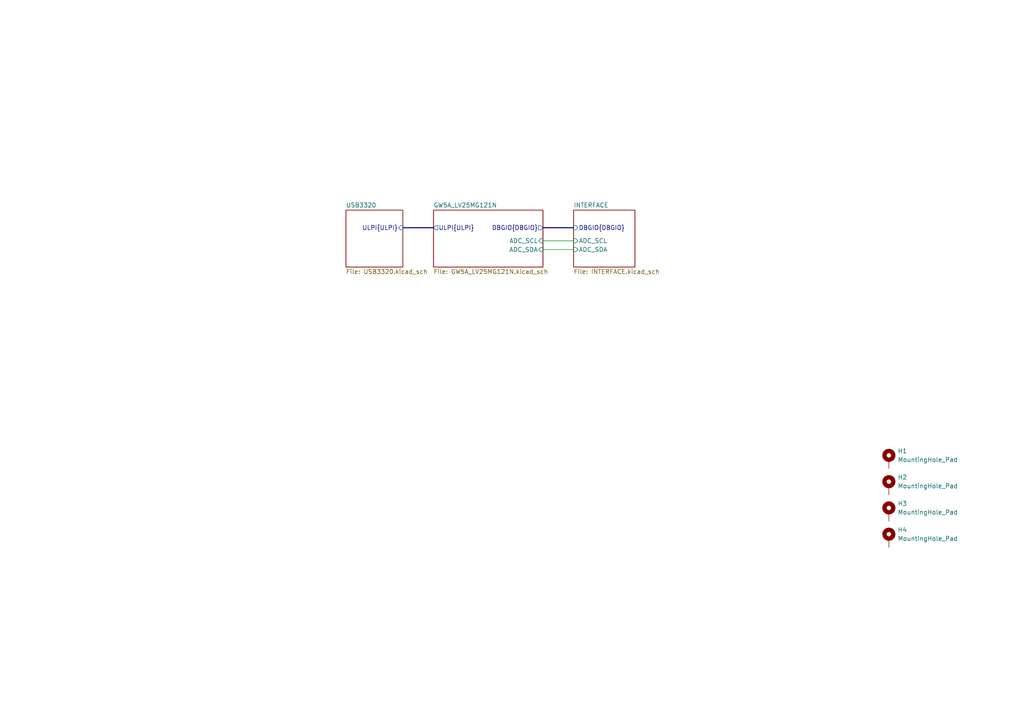
<source format=kicad_sch>
(kicad_sch (version 20250114) (generator "eeschema") (generator_version "9.0")
  (paper "A4")
  (lib_symbols
    (symbol "Mechanical:MountingHole_Pad" (pin_numbers (hide yes)) (pin_names (offset 1.016) (hide yes)) (in_bom no)
      (property "Reference" "H" (at 0 6.35 0))
      (property "Value" "MountingHole_Pad" (at 0 4.445 0))
      (symbol "MountingHole_Pad_0_1"
        (circle (center 0 1.27) (radius 1.27) (stroke (width 1.27)))
      )
      (symbol "MountingHole_Pad_1_1"
        (pin input line (at 0 -2.54 90) (length 2.54) (name "1") (number "1"))
      )
    )
  )
  (wire (pts (xy 157.48 72.39) (xy 166.37 72.39)))
  (bus (pts (xy 116.84 66.04) (xy 125.73 66.04)))
  (wire (pts (xy 157.48 69.85) (xy 166.37 69.85)))
  (bus (pts (xy 157.48 66.04) (xy 166.37 66.04)))
  (symbol (lib_id "Mechanical:MountingHole_Pad") (at 257.81 148.59 0) (unit 1) (in_bom no)
    (property "Reference" "H3" (at 260.35 146.0499 0) (effects (justify left)))
    (property "Value" "MountingHole_Pad" (at 260.35 148.5899 0) (effects (justify left)))
    (property "Footprint" "MountingHole:MountingHole_2.2mm_M2_ISO7380_Pad_TopBottom" (effects (hide yes)))
    (property "Description" "Mounting Hole with connection" (effects (hide yes)))
  )
  (symbol (lib_id "Mechanical:MountingHole_Pad") (at 257.81 156.21 0) (unit 1) (in_bom no)
    (property "Reference" "H4" (at 260.35 153.6699 0) (effects (justify left)))
    (property "Value" "MountingHole_Pad" (at 260.35 156.2099 0) (effects (justify left)))
    (property "Footprint" "MountingHole:MountingHole_2.2mm_M2_ISO7380_Pad_TopBottom" (effects (hide yes)))
    (property "Description" "Mounting Hole with connection" (effects (hide yes)))
  )
  (symbol (lib_id "Mechanical:MountingHole_Pad") (at 257.81 140.97 0) (unit 1) (in_bom no)
    (property "Reference" "H2" (at 260.35 138.4299 0) (effects (justify left)))
    (property "Value" "MountingHole_Pad" (at 260.35 140.9699 0) (effects (justify left)))
    (property "Footprint" "MountingHole:MountingHole_2.2mm_M2_ISO7380_Pad_TopBottom" (effects (hide yes)))
    (property "Description" "Mounting Hole with connection" (effects (hide yes)))
  )
  (symbol (lib_id "Mechanical:MountingHole_Pad") (at 257.81 133.35 0) (unit 1) (in_bom no)
    (property "Reference" "H1" (at 260.35 130.8099 0) (effects (justify left)))
    (property "Value" "MountingHole_Pad" (at 260.35 133.3499 0) (effects (justify left)))
    (property "Footprint" "MountingHole:MountingHole_2.2mm_M2_ISO7380_Pad_TopBottom" (effects (hide yes)))
    (property "Description" "Mounting Hole with connection" (effects (hide yes)))
  )
  (sheet (at 125.73 60.96) (size 31.75 16.51) (stroke (width 0.1524))
    (property "Sheetname" "GW5A_LV25MG121N" (at 125.73 60.2484 0) (effects (justify left bottom)))
    (property "Sheetfile" "GW5A_LV25MG121N.kicad_sch" (at 125.73 78.0546 0) (effects (justify left top)))
    (pin "DBGIO{DBGIO}" output (at 157.48 66.04 0))
    (pin "ULPI{ULPI}" output (at 125.73 66.04 180))
    (pin "ADC_SCL" input (at 157.48 69.85 0))
    (pin "ADC_SDA" input (at 157.48 72.39 0))
  )
  (sheet (at 166.37 60.96) (size 17.78 16.51) (stroke (width 0.1524))
    (property "Sheetname" "INTERFACE" (at 166.37 60.2484 0) (effects (justify left bottom)))
    (property "Sheetfile" "INTERFACE.kicad_sch" (at 166.37 78.0546 0) (effects (justify left top)))
    (pin "DBGIO{DBGIO}" input (at 166.37 66.04 180))
    (pin "ADC_SCL" input (at 166.37 69.85 180))
    (pin "ADC_SDA" input (at 166.37 72.39 180))
  )
  (sheet (at 100.33 60.96) (size 16.51 16.51) (stroke (width 0.1524))
    (property "Sheetname" "USB3320" (at 100.33 60.2484 0) (effects (justify left bottom)))
    (property "Sheetfile" "USB3320.kicad_sch" (at 100.33 78.0546 0) (effects (justify left top)))
    (pin "ULPI{ULPI}" input (at 116.84 66.04 0))
  )
)
</source>
